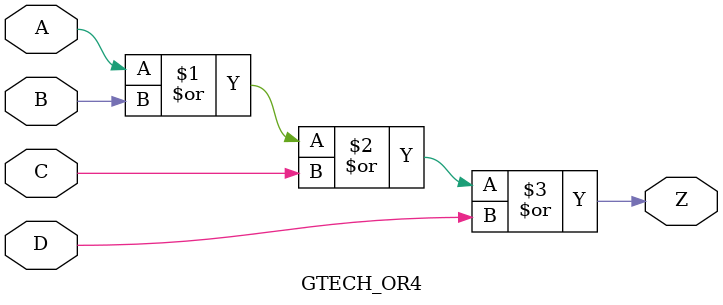
<source format=v>



module GTECH_OR4 (A, B, C, D, Z);  
	input A, B, C, D;
	output Z;

	assign Z = A | B | C | D;
endmodule




</source>
